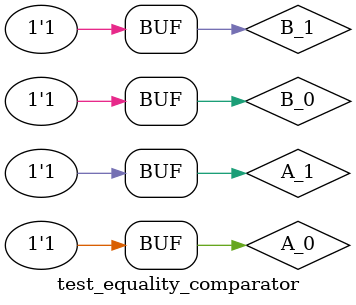
<source format=v>
`timescale 1ns / 1ps

module test_equality_comparator;

	reg A_0;
	reg A_1;
	reg B_0;
	reg B_1;
	
	wire OUT;
	
	equality_comparator uut(
		.A_0(A_0),
		.A_1(A_1),
		.B_0(B_0),
		.B_1(B_1),
		.OUT(OUT)
	);
	
	initial begin 
		// 00 00 case
		A_0 = 1'b0;
		A_1 = 1'b0;
		B_0 = 1'b0;
		B_1 = 1'b0;
		
		//global reset 00 01 case
		#10
		A_0 = 1'b0;
		A_1 = 1'b0;
		B_0 = 1'b0;
		B_1 = 1'b1;
		
		//global reset 00 10 case
		#10
		A_0 = 1'b0;
		A_1 = 1'b0;
		B_0 = 1'b1;
		B_1 = 1'b0;
		
		//global reset 00 11 case
		#10
		A_0 = 1'b0;
		A_1 = 1'b0;
		B_0 = 1'b1;
		B_1 = 1'b1;
		
		//global reset 01 00 case
		#10
		A_0 = 1'b0;
		A_1 = 1'b1;
		B_0 = 1'b0;
		B_1 = 1'b0;
		
		//global reset 01 01 case
		#10 
		A_0 = 1'b0;
		A_1 = 1'b1;
		B_0 = 1'b0;
		B_1 = 1'b1;
		
		//global reset 01 10 case 
		#10 
		A_0 = 1'b0;
		A_1 = 1'b1;
		B_0 = 1'b1;
		B_1 = 1'b0;
		
		//global reset 01 11 case
		#10
		A_0 = 1'b0;
		A_1 = 1'b1;
		B_0 = 1'b1;
		B_1 = 1'b1;
		
		//global reset 10 00 case
		#10
		A_0 = 1'b1;
		A_1 = 1'b0;
		B_0 = 1'b0;
		B_1 = 1'b0;
		
		//global reset 10 01 case
		#10 
		A_0 = 1'b1;
		A_1 = 1'b0;
		B_0 = 1'b0;
		B_1 = 1'b1;
		
		//global reset 10 10 case
		#10 
		A_0 = 1'b1;
		A_1 = 1'b0;
		B_0 = 1'b1;
		B_1 = 1'b0;
		
		//global reset 10 11 case
		#10
		A_0 = 1'b1;
		A_1 = 1'b0;
		B_0 = 1'b1;
		B_1 = 1'b1;
		
		//global reset 11 00 case
		#10
		A_0 = 1'b1;
		A_1 = 1'b1;
		B_0 = 1'b0;
		B_1 = 1'b0;
		
		//global reset 11 01 case
		#10
		A_0 = 1'b1;
		A_1 = 1'b1;
		B_0 = 1'b0;
		B_1 = 1'b1;
		
		//global reset 11 10 case
		#10
		A_0 = 1'b1;
		A_1 = 1'b1;
		B_0 = 1'b1;
		B_1 = 1'b0;
		
		//global reset 11 11 case
		#10
		A_0 = 1'b1;
		A_1 = 1'b1;
		B_0 = 1'b1;
		B_1 = 1'b1;
		
	end 
endmodule 
		
		
</source>
